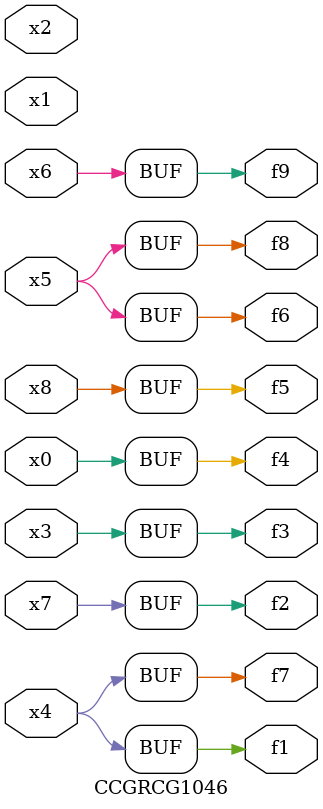
<source format=v>
module CCGRCG1046(
	input x0, x1, x2, x3, x4, x5, x6, x7, x8,
	output f1, f2, f3, f4, f5, f6, f7, f8, f9
);
	assign f1 = x4;
	assign f2 = x7;
	assign f3 = x3;
	assign f4 = x0;
	assign f5 = x8;
	assign f6 = x5;
	assign f7 = x4;
	assign f8 = x5;
	assign f9 = x6;
endmodule

</source>
